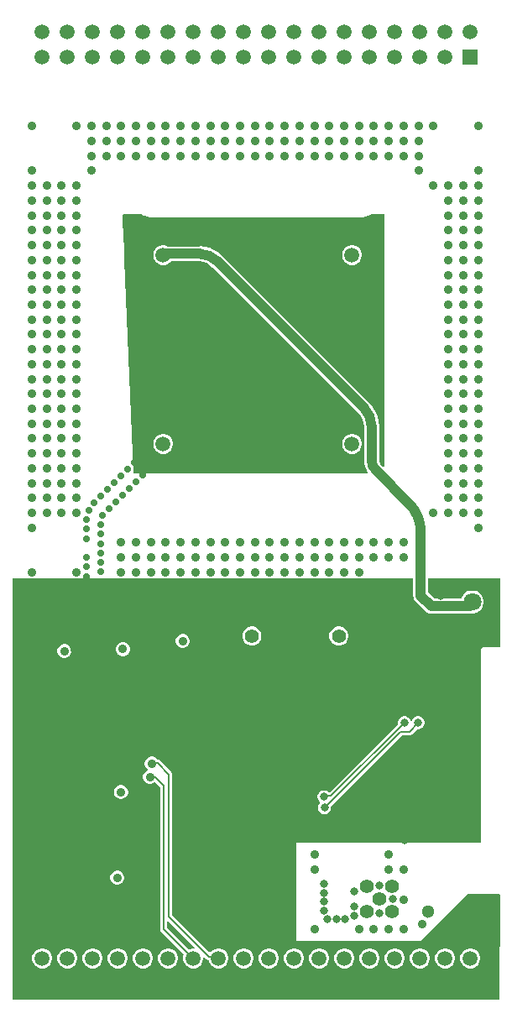
<source format=gbl>
G04*
G04 #@! TF.GenerationSoftware,Altium Limited,Altium Designer,22.9.1 (49)*
G04*
G04 Layer_Physical_Order=4*
G04 Layer_Color=16711680*
%FSLAX25Y25*%
%MOIN*%
G70*
G04*
G04 #@! TF.SameCoordinates,E9D11BAE-304F-488D-B7EA-F98EEB287584*
G04*
G04*
G04 #@! TF.FilePolarity,Positive*
G04*
G01*
G75*
%ADD20R,0.03543X0.03150*%
%ADD54C,0.00799*%
%ADD59C,0.05512*%
%ADD60C,0.07677*%
%ADD61C,0.05878*%
%ADD62C,0.05906*%
%ADD63R,0.05906X0.05906*%
%ADD64C,0.05118*%
%ADD65C,0.02756*%
%ADD66C,0.03543*%
%ADD67C,0.03150*%
%ADD68C,0.07087*%
%ADD69C,0.03937*%
G36*
X149000Y51388D02*
X148538Y51196D01*
X148229Y51506D01*
X147885Y51849D01*
X147592Y52228D01*
X147400Y52478D01*
X147096Y53212D01*
X146993Y53994D01*
X146994Y54000D01*
Y67358D01*
X147009D01*
X146848Y69393D01*
X146372Y71378D01*
X145591Y73264D01*
X144524Y75004D01*
X143199Y76556D01*
X143188Y76546D01*
X84818Y134917D01*
X84828Y134927D01*
X83276Y136252D01*
X81535Y137319D01*
X79649Y138100D01*
X77665Y138577D01*
X75630Y138737D01*
Y138723D01*
X63112D01*
X62772Y138919D01*
X61771Y139187D01*
X60733D01*
X59732Y138919D01*
X58833Y138400D01*
X58100Y137667D01*
X57581Y136768D01*
X57313Y135767D01*
Y134729D01*
X57581Y133728D01*
X58100Y132829D01*
X58833Y132096D01*
X59732Y131578D01*
X60733Y131309D01*
X61771D01*
X62772Y131578D01*
X63671Y132096D01*
X64309Y132734D01*
X75630D01*
X75670Y132740D01*
X76998Y132609D01*
X78314Y132210D01*
X79527Y131561D01*
X80558Y130715D01*
X80583Y130682D01*
X138954Y72312D01*
X138987Y72287D01*
X139833Y71255D01*
X140481Y70043D01*
X140881Y68726D01*
X141011Y67399D01*
X141006Y67358D01*
Y54000D01*
X140988D01*
X141162Y52235D01*
X141677Y50538D01*
X142499Y49000D01*
X142423Y48726D01*
X142316Y48500D01*
X49500D01*
X45781Y133616D01*
Y138341D01*
X45767Y138416D01*
X45774Y138491D01*
X45658Y139671D01*
X45636Y139744D01*
Y139820D01*
X45475Y140628D01*
X45016Y151139D01*
X45362Y151500D01*
X52471D01*
X52499Y151481D01*
X53595Y151027D01*
X53670Y151012D01*
X53737Y150976D01*
X53952Y150911D01*
X54045Y150872D01*
X54209Y150833D01*
X54871Y150632D01*
X54947Y150625D01*
X55017Y150596D01*
X56071Y150386D01*
X56122Y150374D01*
X56140Y150372D01*
X56180Y150364D01*
X56242D01*
X56261Y150363D01*
X56329Y150342D01*
X57509Y150226D01*
X57585Y150233D01*
X57659Y150219D01*
X58092D01*
X58252Y150206D01*
Y150219D01*
X138252D01*
Y150206D01*
X138412Y150219D01*
X138845D01*
X138919Y150233D01*
X138995Y150226D01*
X140175Y150342D01*
X140243Y150363D01*
X140262Y150364D01*
X140324D01*
X140364Y150372D01*
X140382Y150374D01*
X140433Y150386D01*
X141487Y150596D01*
X141557Y150625D01*
X141632Y150632D01*
X142295Y150833D01*
X142459Y150872D01*
X142552Y150911D01*
X142767Y150976D01*
X142834Y151012D01*
X142909Y151027D01*
X144004Y151481D01*
X144033Y151500D01*
X149000D01*
Y51388D01*
D02*
G37*
G36*
X195073Y-20471D02*
X189000D01*
X188415Y-20587D01*
X187919Y-20919D01*
X187587Y-21415D01*
X187471Y-22000D01*
Y-52000D01*
Y-83000D01*
Y-98000D01*
X114500D01*
X114000Y-97500D01*
Y-137000D01*
X163500D01*
X182000Y-118500D01*
X194612D01*
X194965Y-118854D01*
X194925Y-160423D01*
X1281D01*
Y-79252D01*
Y7000D01*
X160506D01*
Y0D01*
X160608Y-775D01*
X160907Y-1497D01*
X161383Y-2117D01*
X165635Y-6369D01*
X166255Y-6845D01*
X166977Y-7144D01*
X167752Y-7246D01*
X183252D01*
X184027Y-7144D01*
X184270Y-7043D01*
X184598D01*
X185754Y-6734D01*
X186790Y-6135D01*
X187636Y-5290D01*
X188234Y-4254D01*
X188543Y-3098D01*
Y-1902D01*
X188234Y-746D01*
X187636Y290D01*
X186790Y1135D01*
X185754Y1734D01*
X184598Y2043D01*
X183402D01*
X182246Y1734D01*
X181210Y1135D01*
X180365Y290D01*
X179766Y-746D01*
X179629Y-1258D01*
X168992D01*
X166494Y1240D01*
Y7000D01*
X195073D01*
Y-20471D01*
D02*
G37*
%LPC*%
G36*
X136771Y139187D02*
X135733D01*
X134732Y138919D01*
X133833Y138400D01*
X133100Y137667D01*
X132581Y136768D01*
X132313Y135767D01*
Y134729D01*
X132581Y133728D01*
X133100Y132829D01*
X133833Y132096D01*
X134732Y131578D01*
X135733Y131309D01*
X136771D01*
X137772Y131578D01*
X138671Y132096D01*
X139404Y132829D01*
X139922Y133728D01*
X140191Y134729D01*
Y135767D01*
X139922Y136768D01*
X139404Y137667D01*
X138671Y138400D01*
X137772Y138919D01*
X136771Y139187D01*
D02*
G37*
G36*
Y64187D02*
X135733D01*
X134732Y63919D01*
X133833Y63400D01*
X133100Y62667D01*
X132581Y61768D01*
X132313Y60767D01*
Y59729D01*
X132581Y58728D01*
X133100Y57829D01*
X133833Y57096D01*
X134732Y56577D01*
X135733Y56309D01*
X136771D01*
X137772Y56577D01*
X138671Y57096D01*
X139404Y57829D01*
X139922Y58728D01*
X140191Y59729D01*
Y60767D01*
X139922Y61768D01*
X139404Y62667D01*
X138671Y63400D01*
X137772Y63919D01*
X136771Y64187D01*
D02*
G37*
G36*
X61771D02*
X60733D01*
X59732Y63919D01*
X58833Y63400D01*
X58100Y62667D01*
X57581Y61768D01*
X57313Y60767D01*
Y59729D01*
X57581Y58728D01*
X58100Y57829D01*
X58833Y57096D01*
X59732Y56577D01*
X60733Y56309D01*
X61771D01*
X62772Y56577D01*
X63671Y57096D01*
X64404Y57829D01*
X64922Y58728D01*
X65191Y59729D01*
Y60767D01*
X64922Y61768D01*
X64404Y62667D01*
X63671Y63400D01*
X62772Y63919D01*
X61771Y64187D01*
D02*
G37*
G36*
X131494Y-12244D02*
X130506D01*
X129550Y-12500D01*
X128694Y-12994D01*
X127995Y-13694D01*
X127500Y-14550D01*
X127244Y-15506D01*
Y-16495D01*
X127500Y-17450D01*
X127995Y-18306D01*
X128694Y-19005D01*
X129550Y-19500D01*
X130506Y-19756D01*
X131494D01*
X132450Y-19500D01*
X133306Y-19005D01*
X134005Y-18306D01*
X134500Y-17450D01*
X134756Y-16495D01*
Y-15506D01*
X134500Y-14550D01*
X134005Y-13694D01*
X133306Y-12994D01*
X132450Y-12500D01*
X131494Y-12244D01*
D02*
G37*
G36*
X96995D02*
X96005D01*
X95050Y-12500D01*
X94194Y-12994D01*
X93494Y-13694D01*
X93000Y-14550D01*
X92744Y-15506D01*
Y-16495D01*
X93000Y-17450D01*
X93494Y-18306D01*
X94194Y-19005D01*
X95050Y-19500D01*
X96005Y-19756D01*
X96995D01*
X97950Y-19500D01*
X98806Y-19005D01*
X99506Y-18306D01*
X100000Y-17450D01*
X100256Y-16495D01*
Y-15506D01*
X100000Y-14550D01*
X99506Y-13694D01*
X98806Y-12994D01*
X97950Y-12500D01*
X96995Y-12244D01*
D02*
G37*
G36*
X69365Y-15228D02*
X68635D01*
X67930Y-15417D01*
X67298Y-15782D01*
X66782Y-16298D01*
X66417Y-16930D01*
X66228Y-17635D01*
Y-18365D01*
X66417Y-19070D01*
X66782Y-19702D01*
X67298Y-20218D01*
X67930Y-20583D01*
X68635Y-20772D01*
X69365D01*
X70070Y-20583D01*
X70702Y-20218D01*
X71218Y-19702D01*
X71583Y-19070D01*
X71772Y-18365D01*
Y-17635D01*
X71583Y-16930D01*
X71218Y-16298D01*
X70702Y-15782D01*
X70070Y-15417D01*
X69365Y-15228D01*
D02*
G37*
G36*
X45615Y-18478D02*
X44885D01*
X44180Y-18667D01*
X43548Y-19032D01*
X43032Y-19548D01*
X42667Y-20180D01*
X42478Y-20885D01*
Y-21615D01*
X42667Y-22320D01*
X43032Y-22952D01*
X43548Y-23468D01*
X44180Y-23833D01*
X44885Y-24022D01*
X45615D01*
X46320Y-23833D01*
X46952Y-23468D01*
X47468Y-22952D01*
X47833Y-22320D01*
X48022Y-21615D01*
Y-20885D01*
X47833Y-20180D01*
X47468Y-19548D01*
X46952Y-19032D01*
X46320Y-18667D01*
X45615Y-18478D01*
D02*
G37*
G36*
X22365Y-19228D02*
X21635D01*
X20930Y-19417D01*
X20298Y-19782D01*
X19782Y-20298D01*
X19417Y-20930D01*
X19228Y-21635D01*
Y-22365D01*
X19417Y-23070D01*
X19782Y-23702D01*
X20298Y-24218D01*
X20930Y-24583D01*
X21635Y-24772D01*
X22365D01*
X23070Y-24583D01*
X23702Y-24218D01*
X24218Y-23702D01*
X24583Y-23070D01*
X24772Y-22365D01*
Y-21635D01*
X24583Y-20930D01*
X24218Y-20298D01*
X23702Y-19782D01*
X23070Y-19417D01*
X22365Y-19228D01*
D02*
G37*
G36*
X162839Y-47925D02*
X162161D01*
X161506Y-48101D01*
X160919Y-48440D01*
X160440Y-48919D01*
X160101Y-49506D01*
X160009Y-49849D01*
X159491D01*
X159399Y-49506D01*
X159060Y-48919D01*
X158581Y-48440D01*
X157994Y-48101D01*
X157339Y-47925D01*
X156661D01*
X156006Y-48101D01*
X155419Y-48440D01*
X154940Y-48919D01*
X154601Y-49506D01*
X154425Y-50161D01*
Y-50839D01*
X154471Y-51011D01*
X127305Y-78177D01*
X127063D01*
X126703Y-77818D01*
X126116Y-77479D01*
X125461Y-77303D01*
X124783D01*
X124128Y-77479D01*
X123541Y-77818D01*
X123062Y-78297D01*
X122723Y-78884D01*
X122547Y-79539D01*
Y-80217D01*
X122723Y-80872D01*
X123062Y-81459D01*
X123399Y-81796D01*
X123538Y-81953D01*
X123416Y-82443D01*
X123231Y-82628D01*
X122892Y-83215D01*
X122716Y-83870D01*
Y-84548D01*
X122892Y-85202D01*
X123231Y-85790D01*
X123710Y-86269D01*
X124297Y-86608D01*
X124952Y-86783D01*
X125630D01*
X126285Y-86608D01*
X126872Y-86269D01*
X127352Y-85790D01*
X127691Y-85202D01*
X127866Y-84548D01*
Y-83870D01*
X127820Y-83698D01*
X156091Y-55427D01*
X159000D01*
X159000Y-55427D01*
X159546Y-55318D01*
X160009Y-55009D01*
X161989Y-53029D01*
X162161Y-53075D01*
X162839D01*
X163494Y-52899D01*
X164081Y-52560D01*
X164560Y-52081D01*
X164899Y-51494D01*
X165075Y-50839D01*
Y-50161D01*
X164899Y-49506D01*
X164560Y-48919D01*
X164081Y-48440D01*
X163494Y-48101D01*
X162839Y-47925D01*
D02*
G37*
G36*
X44865Y-75228D02*
X44135D01*
X43430Y-75417D01*
X42798Y-75782D01*
X42282Y-76298D01*
X41917Y-76930D01*
X41728Y-77635D01*
Y-78365D01*
X41917Y-79070D01*
X42282Y-79702D01*
X42798Y-80218D01*
X43430Y-80583D01*
X44135Y-80772D01*
X44865D01*
X45570Y-80583D01*
X46202Y-80218D01*
X46718Y-79702D01*
X47083Y-79070D01*
X47272Y-78365D01*
Y-77635D01*
X47083Y-76930D01*
X46718Y-76298D01*
X46202Y-75782D01*
X45570Y-75417D01*
X44865Y-75228D01*
D02*
G37*
G36*
X43365Y-109228D02*
X42635D01*
X41930Y-109417D01*
X41298Y-109782D01*
X40782Y-110298D01*
X40417Y-110930D01*
X40228Y-111635D01*
Y-112365D01*
X40417Y-113070D01*
X40782Y-113702D01*
X41298Y-114218D01*
X41930Y-114583D01*
X42635Y-114772D01*
X43365D01*
X44070Y-114583D01*
X44702Y-114218D01*
X45218Y-113702D01*
X45583Y-113070D01*
X45772Y-112365D01*
Y-111635D01*
X45583Y-110930D01*
X45218Y-110298D01*
X44702Y-109782D01*
X44070Y-109417D01*
X43365Y-109228D01*
D02*
G37*
G36*
X183698Y-140126D02*
X182657D01*
X181651Y-140395D01*
X180750Y-140916D01*
X180014Y-141652D01*
X179494Y-142553D01*
X179224Y-143558D01*
Y-144599D01*
X179494Y-145604D01*
X180014Y-146506D01*
X180750Y-147242D01*
X181651Y-147762D01*
X182657Y-148031D01*
X183698D01*
X184703Y-147762D01*
X185604Y-147242D01*
X186340Y-146506D01*
X186861Y-145604D01*
X187130Y-144599D01*
Y-143558D01*
X186861Y-142553D01*
X186340Y-141652D01*
X185604Y-140916D01*
X184703Y-140395D01*
X183698Y-140126D01*
D02*
G37*
G36*
X173698D02*
X172657D01*
X171651Y-140395D01*
X170750Y-140916D01*
X170014Y-141652D01*
X169494Y-142553D01*
X169224Y-143558D01*
Y-144599D01*
X169494Y-145604D01*
X170014Y-146506D01*
X170750Y-147242D01*
X171651Y-147762D01*
X172657Y-148031D01*
X173698D01*
X174703Y-147762D01*
X175604Y-147242D01*
X176340Y-146506D01*
X176860Y-145604D01*
X177130Y-144599D01*
Y-143558D01*
X176860Y-142553D01*
X176340Y-141652D01*
X175604Y-140916D01*
X174703Y-140395D01*
X173698Y-140126D01*
D02*
G37*
G36*
X163698D02*
X162657D01*
X161652Y-140395D01*
X160750Y-140916D01*
X160014Y-141652D01*
X159494Y-142553D01*
X159224Y-143558D01*
Y-144599D01*
X159494Y-145604D01*
X160014Y-146506D01*
X160750Y-147242D01*
X161652Y-147762D01*
X162657Y-148031D01*
X163698D01*
X164703Y-147762D01*
X165604Y-147242D01*
X166340Y-146506D01*
X166860Y-145604D01*
X167130Y-144599D01*
Y-143558D01*
X166860Y-142553D01*
X166340Y-141652D01*
X165604Y-140916D01*
X164703Y-140395D01*
X163698Y-140126D01*
D02*
G37*
G36*
X153698D02*
X152657D01*
X151652Y-140395D01*
X150750Y-140916D01*
X150014Y-141652D01*
X149494Y-142553D01*
X149224Y-143558D01*
Y-144599D01*
X149494Y-145604D01*
X150014Y-146506D01*
X150750Y-147242D01*
X151652Y-147762D01*
X152657Y-148031D01*
X153698D01*
X154703Y-147762D01*
X155604Y-147242D01*
X156340Y-146506D01*
X156860Y-145604D01*
X157130Y-144599D01*
Y-143558D01*
X156860Y-142553D01*
X156340Y-141652D01*
X155604Y-140916D01*
X154703Y-140395D01*
X153698Y-140126D01*
D02*
G37*
G36*
X143698D02*
X142657D01*
X141651Y-140395D01*
X140750Y-140916D01*
X140014Y-141652D01*
X139494Y-142553D01*
X139224Y-143558D01*
Y-144599D01*
X139494Y-145604D01*
X140014Y-146506D01*
X140750Y-147242D01*
X141651Y-147762D01*
X142657Y-148031D01*
X143698D01*
X144703Y-147762D01*
X145604Y-147242D01*
X146340Y-146506D01*
X146861Y-145604D01*
X147130Y-144599D01*
Y-143558D01*
X146861Y-142553D01*
X146340Y-141652D01*
X145604Y-140916D01*
X144703Y-140395D01*
X143698Y-140126D01*
D02*
G37*
G36*
X133698D02*
X132657D01*
X131651Y-140395D01*
X130750Y-140916D01*
X130014Y-141652D01*
X129494Y-142553D01*
X129224Y-143558D01*
Y-144599D01*
X129494Y-145604D01*
X130014Y-146506D01*
X130750Y-147242D01*
X131651Y-147762D01*
X132657Y-148031D01*
X133698D01*
X134703Y-147762D01*
X135604Y-147242D01*
X136340Y-146506D01*
X136861Y-145604D01*
X137130Y-144599D01*
Y-143558D01*
X136861Y-142553D01*
X136340Y-141652D01*
X135604Y-140916D01*
X134703Y-140395D01*
X133698Y-140126D01*
D02*
G37*
G36*
X123698D02*
X122657D01*
X121651Y-140395D01*
X120750Y-140916D01*
X120014Y-141652D01*
X119494Y-142553D01*
X119224Y-143558D01*
Y-144599D01*
X119494Y-145604D01*
X120014Y-146506D01*
X120750Y-147242D01*
X121651Y-147762D01*
X122657Y-148031D01*
X123698D01*
X124703Y-147762D01*
X125604Y-147242D01*
X126340Y-146506D01*
X126860Y-145604D01*
X127130Y-144599D01*
Y-143558D01*
X126860Y-142553D01*
X126340Y-141652D01*
X125604Y-140916D01*
X124703Y-140395D01*
X123698Y-140126D01*
D02*
G37*
G36*
X113698D02*
X112657D01*
X111652Y-140395D01*
X110750Y-140916D01*
X110014Y-141652D01*
X109494Y-142553D01*
X109224Y-143558D01*
Y-144599D01*
X109494Y-145604D01*
X110014Y-146506D01*
X110750Y-147242D01*
X111652Y-147762D01*
X112657Y-148031D01*
X113698D01*
X114703Y-147762D01*
X115604Y-147242D01*
X116340Y-146506D01*
X116860Y-145604D01*
X117130Y-144599D01*
Y-143558D01*
X116860Y-142553D01*
X116340Y-141652D01*
X115604Y-140916D01*
X114703Y-140395D01*
X113698Y-140126D01*
D02*
G37*
G36*
X103698D02*
X102657D01*
X101652Y-140395D01*
X100750Y-140916D01*
X100014Y-141652D01*
X99494Y-142553D01*
X99224Y-143558D01*
Y-144599D01*
X99494Y-145604D01*
X100014Y-146506D01*
X100750Y-147242D01*
X101652Y-147762D01*
X102657Y-148031D01*
X103698D01*
X104703Y-147762D01*
X105604Y-147242D01*
X106340Y-146506D01*
X106860Y-145604D01*
X107130Y-144599D01*
Y-143558D01*
X106860Y-142553D01*
X106340Y-141652D01*
X105604Y-140916D01*
X104703Y-140395D01*
X103698Y-140126D01*
D02*
G37*
G36*
X93698D02*
X92657D01*
X91651Y-140395D01*
X90750Y-140916D01*
X90014Y-141652D01*
X89494Y-142553D01*
X89224Y-143558D01*
Y-144599D01*
X89494Y-145604D01*
X90014Y-146506D01*
X90750Y-147242D01*
X91651Y-147762D01*
X92657Y-148031D01*
X93698D01*
X94703Y-147762D01*
X95604Y-147242D01*
X96340Y-146506D01*
X96861Y-145604D01*
X97130Y-144599D01*
Y-143558D01*
X96861Y-142553D01*
X96340Y-141652D01*
X95604Y-140916D01*
X94703Y-140395D01*
X93698Y-140126D01*
D02*
G37*
G36*
X57058Y-63921D02*
X56328D01*
X55623Y-64110D01*
X54991Y-64475D01*
X54475Y-64991D01*
X54110Y-65623D01*
X53921Y-66328D01*
Y-67058D01*
X54110Y-67763D01*
X54475Y-68395D01*
X54969Y-68889D01*
X54973Y-69162D01*
X54972Y-69173D01*
X54899Y-69435D01*
X54298Y-69782D01*
X53782Y-70298D01*
X53417Y-70930D01*
X53228Y-71635D01*
Y-72365D01*
X53417Y-73070D01*
X53782Y-73702D01*
X54298Y-74218D01*
X54930Y-74583D01*
X55635Y-74772D01*
X56365D01*
X57070Y-74583D01*
X57702Y-74218D01*
X57951Y-73969D01*
X60073Y-76091D01*
Y-132402D01*
X60073Y-132402D01*
X60182Y-132948D01*
X60491Y-133411D01*
X69545Y-142465D01*
X69494Y-142553D01*
X69224Y-143558D01*
Y-144599D01*
X69494Y-145604D01*
X70014Y-146506D01*
X70750Y-147242D01*
X71652Y-147762D01*
X72657Y-148031D01*
X73698D01*
X74703Y-147762D01*
X75604Y-147242D01*
X76340Y-146506D01*
X76861Y-145604D01*
X77130Y-144599D01*
Y-143855D01*
X77630Y-143648D01*
X78485Y-144503D01*
X78485Y-144503D01*
X78948Y-144812D01*
X79300Y-144882D01*
X79494Y-145604D01*
X80014Y-146506D01*
X80750Y-147242D01*
X81652Y-147762D01*
X82657Y-148031D01*
X83698D01*
X84703Y-147762D01*
X85604Y-147242D01*
X86340Y-146506D01*
X86861Y-145604D01*
X87130Y-144599D01*
Y-143558D01*
X86861Y-142553D01*
X86340Y-141652D01*
X85604Y-140916D01*
X84703Y-140395D01*
X83698Y-140126D01*
X82657D01*
X81652Y-140395D01*
X80750Y-140916D01*
X80196Y-141470D01*
X79560Y-141542D01*
X64927Y-126909D01*
Y-71000D01*
X64927Y-71000D01*
X64818Y-70454D01*
X64509Y-69991D01*
X64509Y-69991D01*
X60009Y-65491D01*
X59546Y-65182D01*
X59000Y-65073D01*
X59000Y-65073D01*
X58958D01*
X58911Y-64991D01*
X58395Y-64475D01*
X57763Y-64110D01*
X57058Y-63921D01*
D02*
G37*
G36*
X63698Y-140126D02*
X62657D01*
X61651Y-140395D01*
X60750Y-140916D01*
X60014Y-141652D01*
X59494Y-142553D01*
X59224Y-143558D01*
Y-144599D01*
X59494Y-145604D01*
X60014Y-146506D01*
X60750Y-147242D01*
X61651Y-147762D01*
X62657Y-148031D01*
X63698D01*
X64703Y-147762D01*
X65604Y-147242D01*
X66340Y-146506D01*
X66861Y-145604D01*
X67130Y-144599D01*
Y-143558D01*
X66861Y-142553D01*
X66340Y-141652D01*
X65604Y-140916D01*
X64703Y-140395D01*
X63698Y-140126D01*
D02*
G37*
G36*
X53698D02*
X52657D01*
X51652Y-140395D01*
X50750Y-140916D01*
X50014Y-141652D01*
X49494Y-142553D01*
X49224Y-143558D01*
Y-144599D01*
X49494Y-145604D01*
X50014Y-146506D01*
X50750Y-147242D01*
X51652Y-147762D01*
X52657Y-148031D01*
X53698D01*
X54703Y-147762D01*
X55604Y-147242D01*
X56340Y-146506D01*
X56861Y-145604D01*
X57130Y-144599D01*
Y-143558D01*
X56861Y-142553D01*
X56340Y-141652D01*
X55604Y-140916D01*
X54703Y-140395D01*
X53698Y-140126D01*
D02*
G37*
G36*
X43698D02*
X42657D01*
X41651Y-140395D01*
X40750Y-140916D01*
X40014Y-141652D01*
X39494Y-142553D01*
X39224Y-143558D01*
Y-144599D01*
X39494Y-145604D01*
X40014Y-146506D01*
X40750Y-147242D01*
X41651Y-147762D01*
X42657Y-148031D01*
X43698D01*
X44703Y-147762D01*
X45604Y-147242D01*
X46340Y-146506D01*
X46861Y-145604D01*
X47130Y-144599D01*
Y-143558D01*
X46861Y-142553D01*
X46340Y-141652D01*
X45604Y-140916D01*
X44703Y-140395D01*
X43698Y-140126D01*
D02*
G37*
G36*
X33698D02*
X32657D01*
X31651Y-140395D01*
X30750Y-140916D01*
X30014Y-141652D01*
X29494Y-142553D01*
X29224Y-143558D01*
Y-144599D01*
X29494Y-145604D01*
X30014Y-146506D01*
X30750Y-147242D01*
X31651Y-147762D01*
X32657Y-148031D01*
X33698D01*
X34703Y-147762D01*
X35604Y-147242D01*
X36340Y-146506D01*
X36861Y-145604D01*
X37130Y-144599D01*
Y-143558D01*
X36861Y-142553D01*
X36340Y-141652D01*
X35604Y-140916D01*
X34703Y-140395D01*
X33698Y-140126D01*
D02*
G37*
G36*
X23698D02*
X22657D01*
X21652Y-140395D01*
X20750Y-140916D01*
X20014Y-141652D01*
X19494Y-142553D01*
X19224Y-143558D01*
Y-144599D01*
X19494Y-145604D01*
X20014Y-146506D01*
X20750Y-147242D01*
X21652Y-147762D01*
X22657Y-148031D01*
X23698D01*
X24703Y-147762D01*
X25604Y-147242D01*
X26340Y-146506D01*
X26861Y-145604D01*
X27130Y-144599D01*
Y-143558D01*
X26861Y-142553D01*
X26340Y-141652D01*
X25604Y-140916D01*
X24703Y-140395D01*
X23698Y-140126D01*
D02*
G37*
G36*
X13698D02*
X12657D01*
X11652Y-140395D01*
X10750Y-140916D01*
X10014Y-141652D01*
X9494Y-142553D01*
X9224Y-143558D01*
Y-144599D01*
X9494Y-145604D01*
X10014Y-146506D01*
X10750Y-147242D01*
X11652Y-147762D01*
X12657Y-148031D01*
X13698D01*
X14703Y-147762D01*
X15604Y-147242D01*
X16340Y-146506D01*
X16861Y-145604D01*
X17130Y-144599D01*
Y-143558D01*
X16861Y-142553D01*
X16340Y-141652D01*
X15604Y-140916D01*
X14703Y-140395D01*
X13698Y-140126D01*
D02*
G37*
%LPD*%
G36*
X73608Y-139626D02*
X73401Y-140126D01*
X72657D01*
X71652Y-140395D01*
X71563Y-140446D01*
X62927Y-131810D01*
Y-129598D01*
X63389Y-129407D01*
X73608Y-139626D01*
D02*
G37*
D20*
X68461Y129193D02*
D03*
X68500Y135728D02*
D03*
X74461Y129193D02*
D03*
X74500Y135728D02*
D03*
D54*
X63500Y-127500D02*
X79494Y-143494D01*
X63500Y-127500D02*
Y-71000D01*
X82592Y-143494D02*
X83177Y-144079D01*
X79494Y-143494D02*
X82592D01*
X56500Y-66500D02*
X59000D01*
X63500Y-71000D01*
X61500Y-132402D02*
Y-75500D01*
X58000Y-72000D02*
X61500Y-75500D01*
X57500Y-72000D02*
X58000D01*
X61500Y-132402D02*
X73177Y-144079D01*
X155500Y-54000D02*
X159000D01*
X162500Y-50500D01*
X125291Y-84209D02*
X155500Y-54000D01*
X127896Y-79604D02*
X157000Y-50500D01*
X125396Y-79604D02*
X127896D01*
D59*
X101500Y-21000D02*
D03*
X91500D02*
D03*
Y-11000D02*
D03*
X101500D02*
D03*
X96500Y-16000D02*
D03*
X136000Y-11000D02*
D03*
Y-21000D02*
D03*
X126000D02*
D03*
Y-11000D02*
D03*
X131000Y-16000D02*
D03*
X152000Y-125500D02*
D03*
X142000D02*
D03*
Y-115500D02*
D03*
X152000D02*
D03*
X147000Y-120500D02*
D03*
D60*
X182295Y-80492D02*
D03*
Y-54508D02*
D03*
D61*
X61252Y60248D02*
D03*
X98752D02*
D03*
X136252D02*
D03*
Y135248D02*
D03*
X61252D02*
D03*
D62*
X13177Y223874D02*
D03*
Y213874D02*
D03*
X23177Y223874D02*
D03*
Y213874D02*
D03*
X33177Y223874D02*
D03*
Y213874D02*
D03*
X43177Y223874D02*
D03*
Y213874D02*
D03*
X53177Y223874D02*
D03*
Y213874D02*
D03*
X63177Y223874D02*
D03*
Y213874D02*
D03*
X73177Y223874D02*
D03*
Y213874D02*
D03*
X83177Y223874D02*
D03*
Y213874D02*
D03*
X93177Y223874D02*
D03*
Y213874D02*
D03*
X103177Y223874D02*
D03*
Y213874D02*
D03*
X113177Y223874D02*
D03*
Y213874D02*
D03*
X123177Y223874D02*
D03*
Y213874D02*
D03*
X133177Y223874D02*
D03*
Y213874D02*
D03*
X143177Y223874D02*
D03*
Y213874D02*
D03*
X153177Y223874D02*
D03*
Y213874D02*
D03*
X163177Y223874D02*
D03*
Y213874D02*
D03*
X173177Y223874D02*
D03*
Y213874D02*
D03*
X183177Y223874D02*
D03*
X13177Y-144079D02*
D03*
Y-154079D02*
D03*
X23177Y-144079D02*
D03*
Y-154079D02*
D03*
X33177Y-144079D02*
D03*
Y-154079D02*
D03*
X43177Y-144079D02*
D03*
Y-154079D02*
D03*
X53177Y-144079D02*
D03*
Y-154079D02*
D03*
X63177Y-144079D02*
D03*
Y-154079D02*
D03*
X73177Y-144079D02*
D03*
Y-154079D02*
D03*
X83177Y-144079D02*
D03*
Y-154079D02*
D03*
X93177Y-144079D02*
D03*
Y-154079D02*
D03*
X103177Y-144079D02*
D03*
Y-154079D02*
D03*
X113177Y-144079D02*
D03*
Y-154079D02*
D03*
X123177Y-144079D02*
D03*
Y-154079D02*
D03*
X133177Y-144079D02*
D03*
Y-154079D02*
D03*
X143177Y-144079D02*
D03*
Y-154079D02*
D03*
X153177Y-144079D02*
D03*
Y-154079D02*
D03*
X163177Y-144079D02*
D03*
Y-154079D02*
D03*
X173177Y-144079D02*
D03*
Y-154079D02*
D03*
X183177Y-144079D02*
D03*
D63*
Y213874D02*
D03*
Y-154079D02*
D03*
D64*
X166500Y-125500D02*
D03*
D65*
X86681Y-23048D02*
D03*
X83137D02*
D03*
X79674Y-22299D02*
D03*
X76131D02*
D03*
X82394Y-29472D02*
D03*
X85937D02*
D03*
X89480D02*
D03*
X93024D02*
D03*
X96334Y-28209D02*
D03*
X98831Y-25694D02*
D03*
X124474Y-27983D02*
D03*
X121968Y-30489D02*
D03*
X118425Y-30528D02*
D03*
X114882D02*
D03*
X111338D02*
D03*
X107795D02*
D03*
X104252D02*
D03*
X100709D02*
D03*
X75527Y-37683D02*
D03*
X79070Y-37701D02*
D03*
X82534Y-36952D02*
D03*
X86077D02*
D03*
X89620D02*
D03*
X93164D02*
D03*
X96707D02*
D03*
X100250D02*
D03*
X103794D02*
D03*
X107337D02*
D03*
X110880D02*
D03*
X114424D02*
D03*
X117967D02*
D03*
X121510D02*
D03*
X125012Y-36410D02*
D03*
X127577Y-33966D02*
D03*
X130082Y-31460D02*
D03*
X132588Y-28955D02*
D03*
X134212Y-25806D02*
D03*
X49890Y-32197D02*
D03*
X49951Y-35740D02*
D03*
X52640Y-38047D02*
D03*
X55321Y-40364D02*
D03*
X117896Y-44438D02*
D03*
X120401Y-46944D02*
D03*
X122907Y-49449D02*
D03*
X125412Y-51955D02*
D03*
X124962Y-55470D02*
D03*
X136524Y-54704D02*
D03*
X133712Y-52549D02*
D03*
X131993Y-49450D02*
D03*
X129488Y-46945D02*
D03*
X126982Y-44440D02*
D03*
X124477Y-41934D02*
D03*
X69485Y-37288D02*
D03*
X65942D02*
D03*
X62398D02*
D03*
X25876Y-21366D02*
D03*
X26548Y-24845D02*
D03*
X26783Y-28381D02*
D03*
X29056Y-31099D02*
D03*
X31561Y-33604D02*
D03*
X34067Y-36110D02*
D03*
X36572Y-38615D02*
D03*
X39078Y-41121D02*
D03*
X41583Y-43626D02*
D03*
X44089Y-46132D02*
D03*
X47000Y-48152D02*
D03*
X50543Y-48212D02*
D03*
X54086D02*
D03*
X57629D02*
D03*
X61173D02*
D03*
X64716D02*
D03*
X68259D02*
D03*
X71803D02*
D03*
X75346D02*
D03*
X78889D02*
D03*
X82433D02*
D03*
X85976D02*
D03*
X89519D02*
D03*
X93063D02*
D03*
X96606D02*
D03*
X100149D02*
D03*
X103692D02*
D03*
X107236D02*
D03*
X110353Y-49896D02*
D03*
X112859Y-52402D02*
D03*
X115364Y-54907D02*
D03*
X117870Y-57413D02*
D03*
X120375Y-59918D02*
D03*
X122881Y-62424D02*
D03*
X124957Y-65295D02*
D03*
X137253Y-60447D02*
D03*
X112406Y-42863D02*
D03*
X48794Y-41751D02*
D03*
X46288Y-39245D02*
D03*
X43783Y-36740D02*
D03*
X41277Y-34234D02*
D03*
X38772Y-31729D02*
D03*
X36266Y-29223D02*
D03*
X33761Y-26718D02*
D03*
X32972Y-23264D02*
D03*
X33721Y-19800D02*
D03*
X58377Y64780D02*
D03*
X56116Y61780D02*
D03*
X55122Y58158D02*
D03*
X52466Y55503D02*
D03*
X49810Y52847D02*
D03*
X47155Y50191D02*
D03*
X44499Y47535D02*
D03*
X41843Y44879D02*
D03*
X39187Y42224D02*
D03*
X36531Y39568D02*
D03*
X33876Y36911D02*
D03*
X31729Y33829D02*
D03*
X30732Y30208D02*
D03*
X30643Y26453D02*
D03*
Y22697D02*
D03*
Y15186D02*
D03*
Y11430D02*
D03*
Y7674D02*
D03*
Y3918D02*
D03*
Y162D02*
D03*
X42404Y-5357D02*
D03*
X46159D02*
D03*
X49915D02*
D03*
X58048Y-1507D02*
D03*
X54787Y357D02*
D03*
X51032D02*
D03*
X47276D02*
D03*
X43520D02*
D03*
X39764D02*
D03*
X36357Y1939D02*
D03*
Y5694D02*
D03*
Y9450D02*
D03*
Y13206D02*
D03*
Y16962D02*
D03*
Y20718D02*
D03*
Y24474D02*
D03*
Y28230D02*
D03*
X37158Y31899D02*
D03*
X39705Y34660D02*
D03*
X42361Y37316D02*
D03*
X45016Y39972D02*
D03*
X47672Y42628D02*
D03*
X50328Y45284D02*
D03*
X52984Y47939D02*
D03*
X55640Y50595D02*
D03*
X58296Y53251D02*
D03*
X61673Y54894D02*
D03*
X65069Y56498D02*
D03*
X66619Y59920D02*
D03*
X65511Y63509D02*
D03*
X62336Y65515D02*
D03*
X49299Y-19480D02*
D03*
X50048Y-22944D02*
D03*
X49890Y-26484D02*
D03*
X56472Y-22763D02*
D03*
X57221Y-19300D02*
D03*
D66*
X164000Y-130500D02*
D03*
X186272Y186445D02*
D03*
Y168728D02*
D03*
Y162823D02*
D03*
Y156917D02*
D03*
Y151012D02*
D03*
Y145106D02*
D03*
Y139201D02*
D03*
Y133295D02*
D03*
Y127390D02*
D03*
Y121484D02*
D03*
Y115579D02*
D03*
Y109673D02*
D03*
Y103768D02*
D03*
Y97862D02*
D03*
Y91957D02*
D03*
Y86051D02*
D03*
Y80146D02*
D03*
Y74240D02*
D03*
Y68335D02*
D03*
Y62429D02*
D03*
Y56524D02*
D03*
Y50618D02*
D03*
Y44712D02*
D03*
Y38807D02*
D03*
Y32901D02*
D03*
Y26996D02*
D03*
X180366Y162823D02*
D03*
Y156917D02*
D03*
Y151012D02*
D03*
Y145106D02*
D03*
Y139201D02*
D03*
Y133295D02*
D03*
Y127390D02*
D03*
Y121484D02*
D03*
Y115579D02*
D03*
Y109673D02*
D03*
Y103768D02*
D03*
Y97862D02*
D03*
Y91957D02*
D03*
Y86051D02*
D03*
Y80146D02*
D03*
Y74240D02*
D03*
Y68335D02*
D03*
Y62429D02*
D03*
Y56524D02*
D03*
Y50618D02*
D03*
Y44712D02*
D03*
Y38807D02*
D03*
Y32901D02*
D03*
X174460Y162823D02*
D03*
Y156917D02*
D03*
Y151012D02*
D03*
Y145106D02*
D03*
Y139201D02*
D03*
Y133295D02*
D03*
Y127390D02*
D03*
Y121484D02*
D03*
Y115579D02*
D03*
Y109673D02*
D03*
Y103768D02*
D03*
Y97862D02*
D03*
Y91957D02*
D03*
Y86051D02*
D03*
Y80146D02*
D03*
Y74240D02*
D03*
Y68335D02*
D03*
Y62429D02*
D03*
Y56524D02*
D03*
Y50618D02*
D03*
Y44712D02*
D03*
Y38807D02*
D03*
Y32901D02*
D03*
X168555Y186445D02*
D03*
Y162823D02*
D03*
Y32901D02*
D03*
X162650Y186445D02*
D03*
Y180539D02*
D03*
Y174634D02*
D03*
Y168728D02*
D03*
X156744Y186445D02*
D03*
Y180539D02*
D03*
Y174634D02*
D03*
Y21091D02*
D03*
Y15185D02*
D03*
Y-108831D02*
D03*
Y-120642D02*
D03*
Y-132453D02*
D03*
X150838Y186445D02*
D03*
Y180539D02*
D03*
Y174634D02*
D03*
Y21091D02*
D03*
Y15185D02*
D03*
Y-102925D02*
D03*
Y-108831D02*
D03*
Y-132453D02*
D03*
X144933Y186445D02*
D03*
Y180539D02*
D03*
Y174634D02*
D03*
Y139201D02*
D03*
Y133295D02*
D03*
Y21091D02*
D03*
Y15185D02*
D03*
Y-132453D02*
D03*
X139028Y186445D02*
D03*
Y180539D02*
D03*
Y174634D02*
D03*
Y145106D02*
D03*
Y21091D02*
D03*
Y15185D02*
D03*
Y9279D02*
D03*
Y-132453D02*
D03*
X133122Y186445D02*
D03*
Y180539D02*
D03*
Y174634D02*
D03*
Y145106D02*
D03*
Y127390D02*
D03*
Y121484D02*
D03*
Y115579D02*
D03*
Y109673D02*
D03*
Y103768D02*
D03*
Y97862D02*
D03*
Y91957D02*
D03*
Y74240D02*
D03*
Y68335D02*
D03*
Y50618D02*
D03*
Y21091D02*
D03*
Y15185D02*
D03*
Y9279D02*
D03*
X127216Y186445D02*
D03*
Y180539D02*
D03*
Y174634D02*
D03*
Y145106D02*
D03*
Y139201D02*
D03*
Y133295D02*
D03*
Y127390D02*
D03*
Y121484D02*
D03*
Y115579D02*
D03*
Y109673D02*
D03*
Y103768D02*
D03*
Y97862D02*
D03*
Y80146D02*
D03*
Y74240D02*
D03*
Y68335D02*
D03*
Y62429D02*
D03*
Y56524D02*
D03*
Y50618D02*
D03*
Y21091D02*
D03*
Y15185D02*
D03*
Y9279D02*
D03*
X121311Y186445D02*
D03*
Y180539D02*
D03*
Y174634D02*
D03*
Y145106D02*
D03*
Y139201D02*
D03*
Y133295D02*
D03*
Y127390D02*
D03*
Y121484D02*
D03*
Y115579D02*
D03*
Y109673D02*
D03*
Y103768D02*
D03*
Y86051D02*
D03*
Y80146D02*
D03*
Y74240D02*
D03*
Y68335D02*
D03*
Y62429D02*
D03*
Y56524D02*
D03*
Y50618D02*
D03*
Y21091D02*
D03*
Y15185D02*
D03*
Y9279D02*
D03*
Y-67492D02*
D03*
Y-73398D02*
D03*
Y-91114D02*
D03*
Y-102925D02*
D03*
Y-108831D02*
D03*
Y-132453D02*
D03*
X115405Y186445D02*
D03*
Y180539D02*
D03*
Y174634D02*
D03*
Y145106D02*
D03*
Y139201D02*
D03*
Y133295D02*
D03*
Y127390D02*
D03*
Y121484D02*
D03*
Y115579D02*
D03*
Y109673D02*
D03*
Y91957D02*
D03*
Y86051D02*
D03*
Y80146D02*
D03*
Y74240D02*
D03*
Y68335D02*
D03*
Y62429D02*
D03*
Y56524D02*
D03*
Y50618D02*
D03*
Y21091D02*
D03*
Y15185D02*
D03*
Y9279D02*
D03*
Y-61587D02*
D03*
Y-67492D02*
D03*
Y-73398D02*
D03*
Y-79303D02*
D03*
Y-85209D02*
D03*
Y-91114D02*
D03*
X109500Y186445D02*
D03*
Y180539D02*
D03*
Y174634D02*
D03*
Y145106D02*
D03*
Y139201D02*
D03*
Y133295D02*
D03*
Y127390D02*
D03*
Y121484D02*
D03*
Y115579D02*
D03*
Y97862D02*
D03*
Y91957D02*
D03*
Y86051D02*
D03*
Y80146D02*
D03*
Y74240D02*
D03*
Y68335D02*
D03*
Y62429D02*
D03*
Y56524D02*
D03*
Y50618D02*
D03*
Y21091D02*
D03*
Y15185D02*
D03*
Y9279D02*
D03*
Y-55681D02*
D03*
Y-61587D02*
D03*
Y-67492D02*
D03*
Y-73398D02*
D03*
Y-79303D02*
D03*
Y-85209D02*
D03*
Y-91114D02*
D03*
Y-97020D02*
D03*
Y-102925D02*
D03*
Y-108831D02*
D03*
Y-114736D02*
D03*
Y-120642D02*
D03*
Y-126547D02*
D03*
Y-132453D02*
D03*
X103594Y186445D02*
D03*
Y180539D02*
D03*
Y174634D02*
D03*
Y145106D02*
D03*
Y139201D02*
D03*
Y133295D02*
D03*
Y127390D02*
D03*
Y121484D02*
D03*
Y103768D02*
D03*
Y97862D02*
D03*
Y91957D02*
D03*
Y86051D02*
D03*
Y80146D02*
D03*
Y74240D02*
D03*
Y68335D02*
D03*
Y56524D02*
D03*
Y50618D02*
D03*
Y21091D02*
D03*
Y15185D02*
D03*
Y9279D02*
D03*
Y-55681D02*
D03*
Y-61587D02*
D03*
Y-67492D02*
D03*
Y-73398D02*
D03*
Y-79303D02*
D03*
Y-85209D02*
D03*
Y-91114D02*
D03*
Y-97020D02*
D03*
Y-102925D02*
D03*
Y-108831D02*
D03*
Y-114736D02*
D03*
Y-120642D02*
D03*
Y-126547D02*
D03*
Y-132453D02*
D03*
X97689Y186445D02*
D03*
Y180539D02*
D03*
Y174634D02*
D03*
Y145106D02*
D03*
Y139201D02*
D03*
Y133295D02*
D03*
Y127390D02*
D03*
Y109673D02*
D03*
Y103768D02*
D03*
Y97862D02*
D03*
Y91957D02*
D03*
Y86051D02*
D03*
Y80146D02*
D03*
Y74240D02*
D03*
Y68335D02*
D03*
Y50618D02*
D03*
Y21091D02*
D03*
Y15185D02*
D03*
Y9279D02*
D03*
Y-55681D02*
D03*
Y-61587D02*
D03*
Y-67492D02*
D03*
Y-73398D02*
D03*
Y-79303D02*
D03*
Y-85209D02*
D03*
Y-91114D02*
D03*
Y-97020D02*
D03*
Y-102925D02*
D03*
Y-108831D02*
D03*
Y-114736D02*
D03*
Y-120642D02*
D03*
Y-126547D02*
D03*
Y-132453D02*
D03*
X91783Y186445D02*
D03*
Y180539D02*
D03*
Y174634D02*
D03*
Y145106D02*
D03*
Y139201D02*
D03*
Y133295D02*
D03*
Y115579D02*
D03*
Y109673D02*
D03*
Y103768D02*
D03*
Y97862D02*
D03*
Y91957D02*
D03*
Y86051D02*
D03*
Y80146D02*
D03*
Y74240D02*
D03*
Y68335D02*
D03*
Y62429D02*
D03*
Y56524D02*
D03*
Y50618D02*
D03*
Y21091D02*
D03*
Y15185D02*
D03*
Y9279D02*
D03*
Y-55681D02*
D03*
Y-61587D02*
D03*
Y-67492D02*
D03*
Y-73398D02*
D03*
Y-79303D02*
D03*
Y-85209D02*
D03*
Y-91114D02*
D03*
Y-97020D02*
D03*
Y-102925D02*
D03*
Y-108831D02*
D03*
Y-114736D02*
D03*
Y-120642D02*
D03*
Y-126547D02*
D03*
Y-132453D02*
D03*
X85878Y186445D02*
D03*
Y180539D02*
D03*
Y174634D02*
D03*
Y145106D02*
D03*
Y139201D02*
D03*
Y121484D02*
D03*
Y115579D02*
D03*
Y109673D02*
D03*
Y103768D02*
D03*
Y97862D02*
D03*
Y91957D02*
D03*
Y86051D02*
D03*
Y80146D02*
D03*
Y74240D02*
D03*
Y68335D02*
D03*
Y62429D02*
D03*
Y56524D02*
D03*
Y50618D02*
D03*
Y21091D02*
D03*
Y15185D02*
D03*
Y9279D02*
D03*
Y-55681D02*
D03*
Y-61587D02*
D03*
Y-67492D02*
D03*
Y-73398D02*
D03*
Y-79303D02*
D03*
Y-85209D02*
D03*
Y-91114D02*
D03*
Y-97020D02*
D03*
Y-102925D02*
D03*
Y-108831D02*
D03*
Y-114736D02*
D03*
Y-120642D02*
D03*
Y-126547D02*
D03*
Y-132453D02*
D03*
X79972Y186445D02*
D03*
Y180539D02*
D03*
Y174634D02*
D03*
Y145106D02*
D03*
Y127390D02*
D03*
Y121484D02*
D03*
Y115579D02*
D03*
Y109673D02*
D03*
Y103768D02*
D03*
Y97862D02*
D03*
Y91957D02*
D03*
Y86051D02*
D03*
Y80146D02*
D03*
Y74240D02*
D03*
Y68335D02*
D03*
Y62429D02*
D03*
Y56524D02*
D03*
Y50618D02*
D03*
Y21091D02*
D03*
Y15185D02*
D03*
Y9279D02*
D03*
X74067Y186445D02*
D03*
Y180539D02*
D03*
Y174634D02*
D03*
Y145106D02*
D03*
Y121484D02*
D03*
Y115579D02*
D03*
Y109673D02*
D03*
Y103768D02*
D03*
Y97862D02*
D03*
Y91957D02*
D03*
Y86051D02*
D03*
Y80146D02*
D03*
Y74240D02*
D03*
Y68335D02*
D03*
Y62429D02*
D03*
Y56524D02*
D03*
Y50618D02*
D03*
Y21091D02*
D03*
Y15185D02*
D03*
Y9279D02*
D03*
X68161Y186445D02*
D03*
Y180539D02*
D03*
Y174634D02*
D03*
Y145106D02*
D03*
Y121484D02*
D03*
Y115579D02*
D03*
Y109673D02*
D03*
Y103768D02*
D03*
Y97862D02*
D03*
Y91957D02*
D03*
Y86051D02*
D03*
Y80146D02*
D03*
Y74240D02*
D03*
Y68335D02*
D03*
Y50618D02*
D03*
Y21091D02*
D03*
Y15185D02*
D03*
Y9279D02*
D03*
X62256Y186445D02*
D03*
Y180539D02*
D03*
Y174634D02*
D03*
Y145106D02*
D03*
Y127390D02*
D03*
Y121484D02*
D03*
Y115579D02*
D03*
Y109673D02*
D03*
Y103768D02*
D03*
Y97862D02*
D03*
Y91957D02*
D03*
Y86051D02*
D03*
Y80146D02*
D03*
Y74240D02*
D03*
Y50618D02*
D03*
Y21091D02*
D03*
Y15185D02*
D03*
Y9279D02*
D03*
X56350Y186445D02*
D03*
Y180539D02*
D03*
Y174634D02*
D03*
Y145106D02*
D03*
Y139201D02*
D03*
Y127390D02*
D03*
Y121484D02*
D03*
Y115579D02*
D03*
Y109673D02*
D03*
Y103768D02*
D03*
Y97862D02*
D03*
Y91957D02*
D03*
Y86051D02*
D03*
Y80146D02*
D03*
Y74240D02*
D03*
Y68335D02*
D03*
Y21091D02*
D03*
Y15185D02*
D03*
Y9279D02*
D03*
X50445Y186445D02*
D03*
Y180539D02*
D03*
Y174634D02*
D03*
Y139201D02*
D03*
Y133295D02*
D03*
Y127390D02*
D03*
Y121484D02*
D03*
Y115579D02*
D03*
Y109673D02*
D03*
Y103768D02*
D03*
Y97862D02*
D03*
Y91957D02*
D03*
Y86051D02*
D03*
Y80146D02*
D03*
Y74240D02*
D03*
Y68335D02*
D03*
Y21091D02*
D03*
Y15185D02*
D03*
Y9279D02*
D03*
X44539Y186445D02*
D03*
Y180539D02*
D03*
Y174634D02*
D03*
Y21091D02*
D03*
Y15185D02*
D03*
Y9279D02*
D03*
X38634Y186445D02*
D03*
Y180539D02*
D03*
Y174634D02*
D03*
X32728Y186445D02*
D03*
Y180539D02*
D03*
Y174634D02*
D03*
Y168728D02*
D03*
X26823Y186445D02*
D03*
Y162823D02*
D03*
Y156917D02*
D03*
Y151012D02*
D03*
Y145106D02*
D03*
Y139201D02*
D03*
Y133295D02*
D03*
Y127390D02*
D03*
Y121484D02*
D03*
Y115579D02*
D03*
Y109673D02*
D03*
Y103768D02*
D03*
Y97862D02*
D03*
Y91957D02*
D03*
Y86051D02*
D03*
Y80146D02*
D03*
Y74240D02*
D03*
Y68335D02*
D03*
Y62429D02*
D03*
Y56524D02*
D03*
Y50618D02*
D03*
Y44712D02*
D03*
Y38807D02*
D03*
Y32901D02*
D03*
Y9279D02*
D03*
X20917Y162823D02*
D03*
Y156917D02*
D03*
Y151012D02*
D03*
Y145106D02*
D03*
Y139201D02*
D03*
Y133295D02*
D03*
Y127390D02*
D03*
Y121484D02*
D03*
Y115579D02*
D03*
Y109673D02*
D03*
Y103768D02*
D03*
Y97862D02*
D03*
Y91957D02*
D03*
Y86051D02*
D03*
Y80146D02*
D03*
Y74240D02*
D03*
Y68335D02*
D03*
Y62429D02*
D03*
Y56524D02*
D03*
Y50618D02*
D03*
Y44712D02*
D03*
Y38807D02*
D03*
Y32901D02*
D03*
X15012Y162823D02*
D03*
Y156917D02*
D03*
Y151012D02*
D03*
Y145106D02*
D03*
Y139201D02*
D03*
Y133295D02*
D03*
Y127390D02*
D03*
Y121484D02*
D03*
Y115579D02*
D03*
Y109673D02*
D03*
Y103768D02*
D03*
Y97862D02*
D03*
Y91957D02*
D03*
Y86051D02*
D03*
Y80146D02*
D03*
Y74240D02*
D03*
Y68335D02*
D03*
Y62429D02*
D03*
Y56524D02*
D03*
Y50618D02*
D03*
Y44712D02*
D03*
Y38807D02*
D03*
Y32901D02*
D03*
X9106Y186445D02*
D03*
Y168728D02*
D03*
Y162823D02*
D03*
Y156917D02*
D03*
Y151012D02*
D03*
Y145106D02*
D03*
Y139201D02*
D03*
Y133295D02*
D03*
Y127390D02*
D03*
Y121484D02*
D03*
Y115579D02*
D03*
Y109673D02*
D03*
Y103768D02*
D03*
Y97862D02*
D03*
Y91957D02*
D03*
Y86051D02*
D03*
Y80146D02*
D03*
Y74240D02*
D03*
Y68335D02*
D03*
Y62429D02*
D03*
Y56524D02*
D03*
Y50618D02*
D03*
Y44712D02*
D03*
Y38807D02*
D03*
Y32901D02*
D03*
Y26996D02*
D03*
Y9279D02*
D03*
X43000Y-112000D02*
D03*
X43500Y-119500D02*
D03*
X44500Y-84000D02*
D03*
Y-78000D02*
D03*
X69000Y-18000D02*
D03*
X42000Y-9500D02*
D03*
X45250Y-21250D02*
D03*
X22000Y-22000D02*
D03*
Y-7000D02*
D03*
X56000Y-72000D02*
D03*
X56693Y-66693D02*
D03*
D67*
X137000Y-127000D02*
D03*
X133500Y-128500D02*
D03*
X130000D02*
D03*
X126500D02*
D03*
X125000Y-114500D02*
D03*
Y-118000D02*
D03*
Y-121500D02*
D03*
Y-125000D02*
D03*
X147000Y-126000D02*
D03*
X152500Y-120500D02*
D03*
X147000Y-115000D02*
D03*
X137000Y-123500D02*
D03*
Y-117500D02*
D03*
X157000Y-97000D02*
D03*
X163039Y-89961D02*
D03*
X140539Y-87461D02*
D03*
X155480Y-76480D02*
D03*
X158500Y-69000D02*
D03*
X181000Y-39500D02*
D03*
X170039Y-15461D02*
D03*
X165961Y-9961D02*
D03*
X171461Y39D02*
D03*
X168000Y-44500D02*
D03*
X150000Y-30000D02*
D03*
X29760Y-3760D02*
D03*
X157000Y-50500D02*
D03*
X162500D02*
D03*
X125291Y-84209D02*
D03*
X125122Y-79878D02*
D03*
D68*
X184000Y-2500D02*
D03*
D69*
X82701Y132799D02*
G03*
X75630Y135728I-7071J-7071D01*
G01*
X163500Y25464D02*
G03*
X158875Y36625I-15778J-0D01*
G01*
X144000Y67358D02*
G03*
X141071Y74429I-10000J0D01*
G01*
X144000Y54000D02*
G03*
X145768Y49732I6036J0D01*
G01*
X163500Y25464D02*
X163500Y25456D01*
X74500Y135728D02*
X75630D01*
X82701Y132799D02*
X141071Y74429D01*
X61252Y135728D02*
X68500D01*
X158869Y36631D02*
X158875Y36625D01*
X145768Y49732D02*
X158869Y36631D01*
X144000Y54000D02*
Y67358D01*
X167752Y-4252D02*
X183252D01*
X163500Y0D02*
X167752Y-4252D01*
X163500Y0D02*
Y25456D01*
X68500Y135728D02*
X74500D01*
X61252Y135248D02*
Y135728D01*
M02*

</source>
